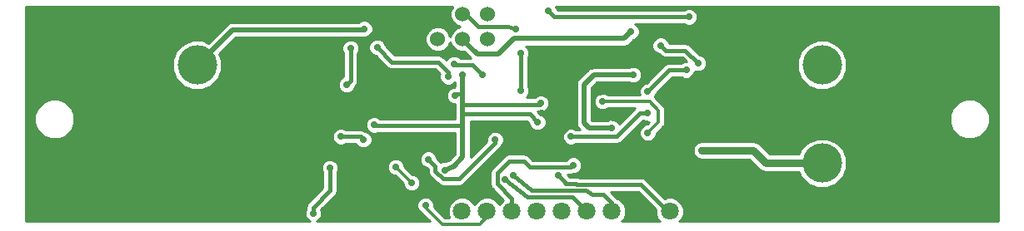
<source format=gbr>
G04 #@! TF.FileFunction,Copper,L2,Bot,Signal*
%FSLAX46Y46*%
G04 Gerber Fmt 4.6, Leading zero omitted, Abs format (unit mm)*
G04 Created by KiCad (PCBNEW 4.0.7) date 04/26/19 15:52:11*
%MOMM*%
%LPD*%
G01*
G04 APERTURE LIST*
%ADD10C,0.050000*%
%ADD11C,1.800000*%
%ADD12C,1.524000*%
%ADD13C,4.000000*%
%ADD14C,0.700000*%
%ADD15C,0.400000*%
%ADD16C,0.300000*%
%ADD17C,0.800000*%
%ADD18C,0.500000*%
%ADD19C,0.254000*%
G04 APERTURE END LIST*
D10*
D11*
X154559840Y-74400000D03*
X152019840Y-74400000D03*
D12*
X128460000Y-56870000D03*
X131000000Y-56870000D03*
X133540000Y-56870000D03*
X133540000Y-54330000D03*
X131000000Y-54330000D03*
X128460000Y-54330000D03*
D13*
X104000000Y-69500000D03*
X104000000Y-59500000D03*
X167500000Y-59500000D03*
X167500000Y-69500000D03*
D11*
X148690000Y-74400000D03*
X146150000Y-74400000D03*
X141070000Y-74400000D03*
X143610000Y-74400000D03*
X130910000Y-74400000D03*
X133450000Y-74400000D03*
X138530000Y-74400000D03*
X135990000Y-74400000D03*
D14*
X144900000Y-62300000D03*
X141500000Y-61000000D03*
X126300000Y-62200000D03*
X121700000Y-70600000D03*
X120200000Y-74700000D03*
X126800000Y-67200000D03*
X138700000Y-66700000D03*
X134200000Y-65600000D03*
X139000000Y-64400000D03*
X136900000Y-58300000D03*
X136400000Y-55800000D03*
X136900000Y-62100000D03*
X145200000Y-63200000D03*
X149800000Y-66400000D03*
X155300000Y-68200000D03*
X154900000Y-59300000D03*
X151100000Y-57500000D03*
X135300000Y-71200000D03*
X136100000Y-70700000D03*
X146100000Y-65900000D03*
X148300000Y-60500000D03*
X148100000Y-56100000D03*
X131000000Y-60500000D03*
X138600000Y-65300000D03*
X138900000Y-63400000D03*
X122000000Y-65600000D03*
X130200000Y-62600000D03*
X129200000Y-70200000D03*
X122300000Y-57700000D03*
X129500000Y-60700000D03*
X119600000Y-57800000D03*
X119200000Y-61500000D03*
X140700000Y-70700000D03*
X125800000Y-71500000D03*
X124200000Y-69900000D03*
X127200000Y-73800000D03*
X142200000Y-69700000D03*
X130100000Y-59400000D03*
X133000000Y-60500000D03*
X154000000Y-54600000D03*
X139700000Y-54000000D03*
X121000000Y-55800000D03*
X118600000Y-66800000D03*
X120900000Y-67100000D03*
X115800000Y-74600000D03*
X117500000Y-70000000D03*
X127500000Y-69100000D03*
X134300000Y-67100000D03*
X149800000Y-64400000D03*
X142000000Y-66800000D03*
X153700000Y-60000000D03*
X149800000Y-62200000D03*
D15*
X134800000Y-55600000D02*
X135600000Y-55600000D01*
X135600000Y-55600000D02*
X136400000Y-55800000D01*
X131000000Y-54330000D02*
X131330000Y-54330000D01*
X131330000Y-54330000D02*
X132600000Y-55600000D01*
X136900000Y-58300000D02*
X136900000Y-62100000D01*
X132600000Y-55600000D02*
X134800000Y-55600000D01*
D16*
X145200000Y-63200000D02*
X150000000Y-63200000D01*
X150000000Y-63200000D02*
X150900000Y-64100000D01*
X150900000Y-64100000D02*
X150900000Y-65300000D01*
X150900000Y-65300000D02*
X149800000Y-66400000D01*
D17*
X167500000Y-69500000D02*
X161800000Y-69500000D01*
X160500000Y-68200000D02*
X155300000Y-68200000D01*
X161800000Y-69500000D02*
X160500000Y-68200000D01*
D15*
X154900000Y-59300000D02*
X153600000Y-58000000D01*
X153600000Y-58000000D02*
X151600000Y-58000000D01*
X151600000Y-58000000D02*
X151100000Y-57500000D01*
X142110000Y-72900000D02*
X143610000Y-74400000D01*
X137600000Y-72900000D02*
X142110000Y-72900000D01*
X135300000Y-71200000D02*
X137600000Y-72900000D01*
X145300000Y-72700000D02*
X146150000Y-73550000D01*
X144200000Y-72700000D02*
X145300000Y-72700000D01*
X143500000Y-72300000D02*
X144200000Y-72700000D01*
X138000000Y-72300000D02*
X143500000Y-72300000D01*
X136100000Y-70700000D02*
X138000000Y-72300000D01*
X146150000Y-73550000D02*
X146150000Y-74400000D01*
D18*
X148300000Y-60500000D02*
X144300000Y-60500000D01*
X143800000Y-65900000D02*
X146100000Y-65900000D01*
X143300000Y-65400000D02*
X143800000Y-65900000D01*
X143300000Y-61500000D02*
X143300000Y-65400000D01*
X144300000Y-60500000D02*
X143300000Y-61500000D01*
D15*
X131000000Y-56870000D02*
X131000000Y-56900000D01*
D18*
X131000000Y-56900000D02*
X132500000Y-58400000D01*
X132500000Y-58400000D02*
X134600000Y-58400000D01*
X134600000Y-58400000D02*
X136200000Y-56800000D01*
X136200000Y-56800000D02*
X147400000Y-56800000D01*
X147400000Y-56800000D02*
X148100000Y-56100000D01*
D15*
X137800000Y-64500000D02*
X131000000Y-64500000D01*
X138600000Y-65300000D02*
X137800000Y-64500000D01*
X131000000Y-63500000D02*
X138800000Y-63500000D01*
X138800000Y-63500000D02*
X138900000Y-63400000D01*
X122100000Y-65700000D02*
X131000000Y-65700000D01*
X122000000Y-65600000D02*
X122100000Y-65700000D01*
X130400000Y-62400000D02*
X131000000Y-62400000D01*
X130200000Y-62600000D02*
X130400000Y-62400000D01*
D18*
X131000000Y-60500000D02*
X131000000Y-62400000D01*
X131000000Y-62400000D02*
X131000000Y-63500000D01*
X131000000Y-63500000D02*
X131000000Y-64500000D01*
X131000000Y-64500000D02*
X131000000Y-65700000D01*
X131000000Y-65700000D02*
X131000000Y-68900000D01*
X130100000Y-69800000D02*
X129200000Y-70200000D01*
X131000000Y-68900000D02*
X130100000Y-69800000D01*
D15*
X123800000Y-59200000D02*
X122300000Y-57700000D01*
X128500000Y-59200000D02*
X123800000Y-59200000D01*
X129500000Y-60200000D02*
X128500000Y-59200000D01*
X129500000Y-60700000D02*
X129500000Y-60200000D01*
X119600000Y-61100000D02*
X119600000Y-57800000D01*
X119200000Y-61500000D02*
X119600000Y-61100000D01*
X141500000Y-71600000D02*
X142500000Y-71600000D01*
X141400000Y-71500000D02*
X141500000Y-71600000D01*
X141400000Y-71400000D02*
X141400000Y-71500000D01*
X140700000Y-70700000D02*
X141400000Y-71400000D01*
X152019840Y-74400000D02*
X151800000Y-74400000D01*
X151800000Y-74400000D02*
X149100000Y-71700000D01*
X142500000Y-71600000D02*
X142600000Y-71700000D01*
X142600000Y-71700000D02*
X148280160Y-71700000D01*
X149100000Y-71700000D02*
X148280160Y-71700000D01*
D16*
X124200000Y-69900000D02*
X125800000Y-71500000D01*
X133450000Y-74400000D02*
X133450000Y-74950000D01*
X133450000Y-74950000D02*
X132700000Y-75700000D01*
X127200000Y-74000000D02*
X127200000Y-73800000D01*
X128900000Y-75700000D02*
X127200000Y-74000000D01*
X132700000Y-75700000D02*
X128900000Y-75700000D01*
D15*
X133450000Y-74400000D02*
X133450000Y-73950000D01*
X137800000Y-69900000D02*
X137200000Y-69300000D01*
X142000000Y-69900000D02*
X137800000Y-69900000D01*
X142200000Y-69700000D02*
X142000000Y-69900000D01*
X135990000Y-74400000D02*
X135990000Y-73090000D01*
X135700000Y-69300000D02*
X137200000Y-69300000D01*
X134500000Y-70500000D02*
X135700000Y-69300000D01*
X134500000Y-71600000D02*
X134500000Y-70500000D01*
X135990000Y-73090000D02*
X134500000Y-71600000D01*
X130050000Y-59450000D02*
X130100000Y-59500000D01*
X130100000Y-59400000D02*
X130050000Y-59450000D01*
X132000000Y-59500000D02*
X130100000Y-59500000D01*
X133000000Y-60500000D02*
X132000000Y-59500000D01*
X140300000Y-54600000D02*
X154000000Y-54600000D01*
X139700000Y-54000000D02*
X140300000Y-54600000D01*
D18*
X107600000Y-55900000D02*
X104000000Y-59500000D01*
X120900000Y-55900000D02*
X107600000Y-55900000D01*
X121000000Y-55800000D02*
X120900000Y-55900000D01*
D15*
X120600000Y-66800000D02*
X118600000Y-66800000D01*
X120900000Y-67100000D02*
X120600000Y-66800000D01*
X115800000Y-74000000D02*
X115800000Y-74600000D01*
X117500000Y-72300000D02*
X115800000Y-74000000D01*
X117500000Y-70000000D02*
X117500000Y-72300000D01*
X127500000Y-69100000D02*
X128200000Y-69800000D01*
X128200000Y-69800000D02*
X128200000Y-70300000D01*
X128200000Y-70300000D02*
X129000000Y-71100000D01*
X129000000Y-71100000D02*
X130600000Y-71100000D01*
X130600000Y-71100000D02*
X130900000Y-70800000D01*
X134300000Y-67400000D02*
X134300000Y-67100000D01*
X130900000Y-70800000D02*
X134300000Y-67400000D01*
X149000000Y-64400000D02*
X149800000Y-64400000D01*
X146600000Y-66800000D02*
X149000000Y-64400000D01*
X142000000Y-66800000D02*
X146600000Y-66800000D01*
X152000000Y-60000000D02*
X153700000Y-60000000D01*
X149800000Y-62200000D02*
X152000000Y-60000000D01*
D19*
G36*
X129907876Y-53598887D02*
X129711224Y-54072477D01*
X129710777Y-54585273D01*
X129906602Y-55059206D01*
X130268887Y-55422124D01*
X130697730Y-55600196D01*
X130270794Y-55776602D01*
X129907876Y-56138887D01*
X129729804Y-56567730D01*
X129553398Y-56140794D01*
X129191113Y-55777876D01*
X128717523Y-55581224D01*
X128204727Y-55580777D01*
X127730794Y-55776602D01*
X127367876Y-56138887D01*
X127171224Y-56612477D01*
X127170777Y-57125273D01*
X127366602Y-57599206D01*
X127728887Y-57962124D01*
X128202477Y-58158776D01*
X128715273Y-58159223D01*
X129189206Y-57963398D01*
X129552124Y-57601113D01*
X129730196Y-57172270D01*
X129906602Y-57599206D01*
X130268887Y-57962124D01*
X130742477Y-58158776D01*
X131160296Y-58159140D01*
X131774156Y-58773000D01*
X130713277Y-58773000D01*
X130597429Y-58656949D01*
X130275211Y-58523153D01*
X129926319Y-58522849D01*
X129603869Y-58656082D01*
X129356949Y-58902571D01*
X129319909Y-58991775D01*
X129014067Y-58685933D01*
X128970689Y-58656949D01*
X128778211Y-58528340D01*
X128732052Y-58519158D01*
X128500000Y-58472999D01*
X128499995Y-58473000D01*
X124101133Y-58473000D01*
X123177131Y-57548997D01*
X123177151Y-57526319D01*
X123043918Y-57203869D01*
X122797429Y-56956949D01*
X122475211Y-56823153D01*
X122126319Y-56822849D01*
X121803869Y-56956082D01*
X121556949Y-57202571D01*
X121423153Y-57524789D01*
X121422849Y-57873681D01*
X121556082Y-58196131D01*
X121802571Y-58443051D01*
X122124789Y-58576847D01*
X122148734Y-58576868D01*
X123285931Y-59714064D01*
X123285933Y-59714067D01*
X123453931Y-59826319D01*
X123521789Y-59871660D01*
X123800000Y-59927000D01*
X128198866Y-59927000D01*
X128674059Y-60402193D01*
X128623153Y-60524789D01*
X128622849Y-60873681D01*
X128756082Y-61196131D01*
X129002571Y-61443051D01*
X129324789Y-61576847D01*
X129673681Y-61577151D01*
X129996131Y-61443918D01*
X130223000Y-61217445D01*
X130223000Y-61708208D01*
X130167948Y-61719158D01*
X130148857Y-61722956D01*
X130026319Y-61722849D01*
X129703869Y-61856082D01*
X129456949Y-62102571D01*
X129323153Y-62424789D01*
X129322849Y-62773681D01*
X129456082Y-63096131D01*
X129702571Y-63343051D01*
X130024789Y-63476847D01*
X130223000Y-63477020D01*
X130223000Y-64973000D01*
X122613277Y-64973000D01*
X122497429Y-64856949D01*
X122175211Y-64723153D01*
X121826319Y-64722849D01*
X121503869Y-64856082D01*
X121256949Y-65102571D01*
X121123153Y-65424789D01*
X121122849Y-65773681D01*
X121256082Y-66096131D01*
X121502571Y-66343051D01*
X121824789Y-66476847D01*
X122173681Y-66477151D01*
X122295056Y-66427000D01*
X130223000Y-66427000D01*
X130223000Y-68578156D01*
X129652594Y-69148562D01*
X129259990Y-69323053D01*
X129026319Y-69322849D01*
X128800953Y-69415968D01*
X128714067Y-69285933D01*
X128714064Y-69285931D01*
X128377131Y-68948998D01*
X128377151Y-68926319D01*
X128243918Y-68603869D01*
X127997429Y-68356949D01*
X127675211Y-68223153D01*
X127326319Y-68222849D01*
X127003869Y-68356082D01*
X126756949Y-68602571D01*
X126623153Y-68924789D01*
X126622849Y-69273681D01*
X126756082Y-69596131D01*
X127002571Y-69843051D01*
X127324789Y-69976847D01*
X127348734Y-69976868D01*
X127473000Y-70101133D01*
X127473000Y-70299995D01*
X127472999Y-70300000D01*
X127508837Y-70480166D01*
X127528340Y-70578211D01*
X127661064Y-70776847D01*
X127685933Y-70814067D01*
X128485933Y-71614067D01*
X128721789Y-71771660D01*
X128754718Y-71778210D01*
X129000000Y-71827001D01*
X129000005Y-71827000D01*
X130599995Y-71827000D01*
X130600000Y-71827001D01*
X130845282Y-71778210D01*
X130878211Y-71771660D01*
X131114067Y-71614067D01*
X134528134Y-68200000D01*
X154373000Y-68200000D01*
X154443564Y-68554748D01*
X154644512Y-68855488D01*
X154945252Y-69056436D01*
X155300000Y-69127000D01*
X160116024Y-69127000D01*
X161144512Y-70155488D01*
X161445253Y-70356437D01*
X161800000Y-70427000D01*
X165148810Y-70427000D01*
X165356464Y-70929561D01*
X166066700Y-71641037D01*
X166995143Y-72026561D01*
X168000446Y-72027438D01*
X168929561Y-71643536D01*
X169641037Y-70933300D01*
X170026561Y-70004857D01*
X170027438Y-68999554D01*
X169643536Y-68070439D01*
X168933300Y-67358963D01*
X168004857Y-66973439D01*
X166999554Y-66972562D01*
X166070439Y-67356464D01*
X165358963Y-68066700D01*
X165148728Y-68573000D01*
X162183976Y-68573000D01*
X161155488Y-67544512D01*
X161046457Y-67471660D01*
X160854748Y-67343564D01*
X160500000Y-67273000D01*
X155300000Y-67273000D01*
X154945252Y-67343564D01*
X154644512Y-67544512D01*
X154443564Y-67845252D01*
X154373000Y-68200000D01*
X134528134Y-68200000D01*
X134814067Y-67914067D01*
X134971660Y-67678211D01*
X134974022Y-67666338D01*
X135043051Y-67597429D01*
X135176847Y-67275211D01*
X135177109Y-66973681D01*
X141122849Y-66973681D01*
X141256082Y-67296131D01*
X141502571Y-67543051D01*
X141824789Y-67676847D01*
X142173681Y-67677151D01*
X142496131Y-67543918D01*
X142513079Y-67527000D01*
X146599995Y-67527000D01*
X146600000Y-67527001D01*
X146832052Y-67480842D01*
X146878211Y-67471660D01*
X147114067Y-67314067D01*
X149293834Y-65134299D01*
X149302571Y-65143051D01*
X149624789Y-65276847D01*
X149965434Y-65277144D01*
X149719648Y-65522930D01*
X149626319Y-65522849D01*
X149303869Y-65656082D01*
X149056949Y-65902571D01*
X148923153Y-66224789D01*
X148922849Y-66573681D01*
X149056082Y-66896131D01*
X149302571Y-67143051D01*
X149624789Y-67276847D01*
X149973681Y-67277151D01*
X150296131Y-67143918D01*
X150543051Y-66897429D01*
X150676847Y-66575211D01*
X150676930Y-66480492D01*
X151378711Y-65778711D01*
X151413718Y-65726319D01*
X151525466Y-65559077D01*
X151556824Y-65401426D01*
X180472649Y-65401426D01*
X180780591Y-66146703D01*
X181350298Y-66717405D01*
X182095036Y-67026647D01*
X182901426Y-67027351D01*
X183646703Y-66719409D01*
X184217405Y-66149702D01*
X184526647Y-65404964D01*
X184527351Y-64598574D01*
X184219409Y-63853297D01*
X183649702Y-63282595D01*
X182904964Y-62973353D01*
X182098574Y-62972649D01*
X181353297Y-63280591D01*
X180782595Y-63850298D01*
X180473353Y-64595036D01*
X180472649Y-65401426D01*
X151556824Y-65401426D01*
X151577000Y-65300000D01*
X151577000Y-64100000D01*
X151525466Y-63840923D01*
X151378711Y-63621289D01*
X150498912Y-62741490D01*
X150543051Y-62697429D01*
X150676847Y-62375211D01*
X150676868Y-62351266D01*
X152301134Y-60727000D01*
X153186548Y-60727000D01*
X153202571Y-60743051D01*
X153524789Y-60876847D01*
X153873681Y-60877151D01*
X154196131Y-60743918D01*
X154443051Y-60497429D01*
X154576847Y-60175211D01*
X154576899Y-60115438D01*
X154724789Y-60176847D01*
X155073681Y-60177151D01*
X155396131Y-60043918D01*
X155439679Y-60000446D01*
X164972562Y-60000446D01*
X165356464Y-60929561D01*
X166066700Y-61641037D01*
X166995143Y-62026561D01*
X168000446Y-62027438D01*
X168929561Y-61643536D01*
X169641037Y-60933300D01*
X170026561Y-60004857D01*
X170027438Y-58999554D01*
X169643536Y-58070439D01*
X168933300Y-57358963D01*
X168004857Y-56973439D01*
X166999554Y-56972562D01*
X166070439Y-57356464D01*
X165358963Y-58066700D01*
X164973439Y-58995143D01*
X164972562Y-60000446D01*
X155439679Y-60000446D01*
X155643051Y-59797429D01*
X155776847Y-59475211D01*
X155777151Y-59126319D01*
X155643918Y-58803869D01*
X155397429Y-58556949D01*
X155075211Y-58423153D01*
X155051265Y-58423132D01*
X154114067Y-57485933D01*
X154059424Y-57449422D01*
X153878211Y-57328340D01*
X153832052Y-57319158D01*
X153600000Y-57272999D01*
X153599995Y-57273000D01*
X151955120Y-57273000D01*
X151843918Y-57003869D01*
X151597429Y-56756949D01*
X151275211Y-56623153D01*
X150926319Y-56622849D01*
X150603869Y-56756082D01*
X150356949Y-57002571D01*
X150223153Y-57324789D01*
X150222849Y-57673681D01*
X150356082Y-57996131D01*
X150602571Y-58243051D01*
X150924789Y-58376847D01*
X150948735Y-58376868D01*
X151085931Y-58514064D01*
X151085933Y-58514067D01*
X151321789Y-58671660D01*
X151328521Y-58672999D01*
X151600000Y-58727001D01*
X151600005Y-58727000D01*
X153298866Y-58727000D01*
X153694862Y-59122996D01*
X153526319Y-59122849D01*
X153203869Y-59256082D01*
X153186921Y-59273000D01*
X152000005Y-59273000D01*
X152000000Y-59272999D01*
X151767948Y-59319158D01*
X151721789Y-59328340D01*
X151614542Y-59400000D01*
X151485933Y-59485933D01*
X149648997Y-61322869D01*
X149626319Y-61322849D01*
X149303869Y-61456082D01*
X149056949Y-61702571D01*
X148923153Y-62024789D01*
X148922849Y-62373681D01*
X148984546Y-62523000D01*
X145763365Y-62523000D01*
X145697429Y-62456949D01*
X145375211Y-62323153D01*
X145026319Y-62322849D01*
X144703869Y-62456082D01*
X144456949Y-62702571D01*
X144323153Y-63024789D01*
X144322849Y-63373681D01*
X144456082Y-63696131D01*
X144702571Y-63943051D01*
X145024789Y-64076847D01*
X145373681Y-64077151D01*
X145696131Y-63943918D01*
X145763166Y-63877000D01*
X148499302Y-63877000D01*
X148485933Y-63885933D01*
X148485931Y-63885936D01*
X146880196Y-65491670D01*
X146843918Y-65403869D01*
X146597429Y-65156949D01*
X146275211Y-65023153D01*
X145926319Y-65022849D01*
X145683934Y-65123000D01*
X144121844Y-65123000D01*
X144077000Y-65078156D01*
X144077000Y-61821844D01*
X144621844Y-61277000D01*
X147884330Y-61277000D01*
X148124789Y-61376847D01*
X148473681Y-61377151D01*
X148796131Y-61243918D01*
X149043051Y-60997429D01*
X149176847Y-60675211D01*
X149177151Y-60326319D01*
X149043918Y-60003869D01*
X148797429Y-59756949D01*
X148475211Y-59623153D01*
X148126319Y-59622849D01*
X147883934Y-59723000D01*
X144300000Y-59723000D01*
X144002655Y-59782146D01*
X143785865Y-59927000D01*
X143750578Y-59950578D01*
X142750578Y-60950578D01*
X142582146Y-61202655D01*
X142523000Y-61500000D01*
X142523000Y-65400000D01*
X142582146Y-65697345D01*
X142750578Y-65949422D01*
X142874156Y-66073000D01*
X142513452Y-66073000D01*
X142497429Y-66056949D01*
X142175211Y-65923153D01*
X141826319Y-65922849D01*
X141503869Y-66056082D01*
X141256949Y-66302571D01*
X141123153Y-66624789D01*
X141122849Y-66973681D01*
X135177109Y-66973681D01*
X135177151Y-66926319D01*
X135043918Y-66603869D01*
X134797429Y-66356949D01*
X134475211Y-66223153D01*
X134126319Y-66222849D01*
X133803869Y-66356082D01*
X133556949Y-66602571D01*
X133423153Y-66924789D01*
X133422871Y-67248995D01*
X131777000Y-68894866D01*
X131777000Y-65227000D01*
X137498866Y-65227000D01*
X137722869Y-65451003D01*
X137722849Y-65473681D01*
X137856082Y-65796131D01*
X138102571Y-66043051D01*
X138424789Y-66176847D01*
X138773681Y-66177151D01*
X139096131Y-66043918D01*
X139343051Y-65797429D01*
X139476847Y-65475211D01*
X139477151Y-65126319D01*
X139343918Y-64803869D01*
X139097429Y-64556949D01*
X138775211Y-64423153D01*
X138751266Y-64423132D01*
X138555134Y-64227000D01*
X138604744Y-64227000D01*
X138724789Y-64276847D01*
X139073681Y-64277151D01*
X139396131Y-64143918D01*
X139643051Y-63897429D01*
X139776847Y-63575211D01*
X139777151Y-63226319D01*
X139643918Y-62903869D01*
X139397429Y-62656949D01*
X139075211Y-62523153D01*
X138726319Y-62522849D01*
X138403869Y-62656082D01*
X138286747Y-62773000D01*
X137467173Y-62773000D01*
X137643051Y-62597429D01*
X137776847Y-62275211D01*
X137777151Y-61926319D01*
X137643918Y-61603869D01*
X137627000Y-61586921D01*
X137627000Y-58813452D01*
X137643051Y-58797429D01*
X137776847Y-58475211D01*
X137777151Y-58126319D01*
X137643918Y-57803869D01*
X137417445Y-57577000D01*
X147400000Y-57577000D01*
X147697345Y-57517854D01*
X147949422Y-57349422D01*
X148355500Y-56943344D01*
X148596131Y-56843918D01*
X148843051Y-56597429D01*
X148976847Y-56275211D01*
X148977151Y-55926319D01*
X148843918Y-55603869D01*
X148597429Y-55356949D01*
X148525303Y-55327000D01*
X153486548Y-55327000D01*
X153502571Y-55343051D01*
X153824789Y-55476847D01*
X154173681Y-55477151D01*
X154496131Y-55343918D01*
X154743051Y-55097429D01*
X154876847Y-54775211D01*
X154877151Y-54426319D01*
X154743918Y-54103869D01*
X154497429Y-53856949D01*
X154175211Y-53723153D01*
X153826319Y-53722849D01*
X153503869Y-53856082D01*
X153486921Y-53873000D01*
X140601134Y-53873000D01*
X140577131Y-53848997D01*
X140577151Y-53826319D01*
X140474135Y-53577000D01*
X185423000Y-53577000D01*
X185423000Y-75423000D01*
X153014900Y-75423000D01*
X153228887Y-75209386D01*
X153446592Y-74685093D01*
X153447088Y-74117397D01*
X153230297Y-73592725D01*
X152829226Y-73190953D01*
X152304933Y-72973248D01*
X151737237Y-72972752D01*
X151499229Y-73071095D01*
X149614067Y-71185933D01*
X149485458Y-71100000D01*
X149378211Y-71028340D01*
X149332052Y-71019158D01*
X149100000Y-70972999D01*
X149099995Y-70973000D01*
X142845050Y-70973000D01*
X142778211Y-70928340D01*
X142732052Y-70919158D01*
X142500000Y-70872999D01*
X142499995Y-70873000D01*
X141901133Y-70873000D01*
X141655133Y-70627000D01*
X141999995Y-70627000D01*
X142000000Y-70627001D01*
X142251142Y-70577044D01*
X142373681Y-70577151D01*
X142696131Y-70443918D01*
X142943051Y-70197429D01*
X143076847Y-69875211D01*
X143077151Y-69526319D01*
X142943918Y-69203869D01*
X142697429Y-68956949D01*
X142375211Y-68823153D01*
X142026319Y-68822849D01*
X141703869Y-68956082D01*
X141486572Y-69173000D01*
X138101134Y-69173000D01*
X137714067Y-68785933D01*
X137478211Y-68628340D01*
X137432052Y-68619158D01*
X137200000Y-68572999D01*
X137199995Y-68573000D01*
X135700000Y-68573000D01*
X135421789Y-68628340D01*
X135185933Y-68785933D01*
X135185931Y-68785936D01*
X133985933Y-69985933D01*
X133828340Y-70221789D01*
X133828340Y-70221790D01*
X133772999Y-70500000D01*
X133773000Y-70500005D01*
X133773000Y-71599995D01*
X133772999Y-71600000D01*
X133818153Y-71827000D01*
X133828340Y-71878211D01*
X133955678Y-72068787D01*
X133985933Y-72114067D01*
X135122014Y-73250148D01*
X134780953Y-73590614D01*
X134720119Y-73737118D01*
X134660457Y-73592725D01*
X134259386Y-73190953D01*
X133735093Y-72973248D01*
X133167397Y-72972752D01*
X132642725Y-73189543D01*
X132240953Y-73590614D01*
X132180119Y-73737118D01*
X132120457Y-73592725D01*
X131719386Y-73190953D01*
X131195093Y-72973248D01*
X130627397Y-72972752D01*
X130102725Y-73189543D01*
X129700953Y-73590614D01*
X129483248Y-74114907D01*
X129482752Y-74682603D01*
X129623402Y-75023000D01*
X129180422Y-75023000D01*
X128076896Y-73919474D01*
X128077151Y-73626319D01*
X127943918Y-73303869D01*
X127697429Y-73056949D01*
X127375211Y-72923153D01*
X127026319Y-72922849D01*
X126703869Y-73056082D01*
X126456949Y-73302571D01*
X126323153Y-73624789D01*
X126322849Y-73973681D01*
X126456082Y-74296131D01*
X126702571Y-74543051D01*
X126844607Y-74602029D01*
X127665578Y-75423000D01*
X116104737Y-75423000D01*
X116296131Y-75343918D01*
X116543051Y-75097429D01*
X116676847Y-74775211D01*
X116677151Y-74426319D01*
X116596648Y-74231486D01*
X118014067Y-72814067D01*
X118060127Y-72745133D01*
X118171660Y-72578211D01*
X118227000Y-72300000D01*
X118227000Y-70513452D01*
X118243051Y-70497429D01*
X118376847Y-70175211D01*
X118376935Y-70073681D01*
X123322849Y-70073681D01*
X123456082Y-70396131D01*
X123702571Y-70643051D01*
X124024789Y-70776847D01*
X124119507Y-70776930D01*
X124922930Y-71580353D01*
X124922849Y-71673681D01*
X125056082Y-71996131D01*
X125302571Y-72243051D01*
X125624789Y-72376847D01*
X125973681Y-72377151D01*
X126296131Y-72243918D01*
X126543051Y-71997429D01*
X126676847Y-71675211D01*
X126677151Y-71326319D01*
X126543918Y-71003869D01*
X126297429Y-70756949D01*
X125975211Y-70623153D01*
X125880493Y-70623070D01*
X125077070Y-69819647D01*
X125077151Y-69726319D01*
X124943918Y-69403869D01*
X124697429Y-69156949D01*
X124375211Y-69023153D01*
X124026319Y-69022849D01*
X123703869Y-69156082D01*
X123456949Y-69402571D01*
X123323153Y-69724789D01*
X123322849Y-70073681D01*
X118376935Y-70073681D01*
X118377151Y-69826319D01*
X118243918Y-69503869D01*
X117997429Y-69256949D01*
X117675211Y-69123153D01*
X117326319Y-69122849D01*
X117003869Y-69256082D01*
X116756949Y-69502571D01*
X116623153Y-69824789D01*
X116622849Y-70173681D01*
X116756082Y-70496131D01*
X116773000Y-70513079D01*
X116773000Y-71998866D01*
X115285933Y-73485933D01*
X115128340Y-73721789D01*
X115128340Y-73721790D01*
X115072999Y-74000000D01*
X115073000Y-74000005D01*
X115073000Y-74086548D01*
X115056949Y-74102571D01*
X114923153Y-74424789D01*
X114922849Y-74773681D01*
X115056082Y-75096131D01*
X115302571Y-75343051D01*
X115495110Y-75423000D01*
X86577000Y-75423000D01*
X86577000Y-65401426D01*
X87472649Y-65401426D01*
X87780591Y-66146703D01*
X88350298Y-66717405D01*
X89095036Y-67026647D01*
X89901426Y-67027351D01*
X90031317Y-66973681D01*
X117722849Y-66973681D01*
X117856082Y-67296131D01*
X118102571Y-67543051D01*
X118424789Y-67676847D01*
X118773681Y-67677151D01*
X119096131Y-67543918D01*
X119113079Y-67527000D01*
X120127518Y-67527000D01*
X120156082Y-67596131D01*
X120402571Y-67843051D01*
X120724789Y-67976847D01*
X121073681Y-67977151D01*
X121396131Y-67843918D01*
X121643051Y-67597429D01*
X121776847Y-67275211D01*
X121777151Y-66926319D01*
X121643918Y-66603869D01*
X121397429Y-66356949D01*
X121075211Y-66223153D01*
X121020038Y-66223105D01*
X120878211Y-66128340D01*
X120825495Y-66117854D01*
X120600000Y-66072999D01*
X120599995Y-66073000D01*
X119113452Y-66073000D01*
X119097429Y-66056949D01*
X118775211Y-65923153D01*
X118426319Y-65922849D01*
X118103869Y-66056082D01*
X117856949Y-66302571D01*
X117723153Y-66624789D01*
X117722849Y-66973681D01*
X90031317Y-66973681D01*
X90646703Y-66719409D01*
X91217405Y-66149702D01*
X91526647Y-65404964D01*
X91527351Y-64598574D01*
X91219409Y-63853297D01*
X90649702Y-63282595D01*
X89904964Y-62973353D01*
X89098574Y-62972649D01*
X88353297Y-63280591D01*
X87782595Y-63850298D01*
X87473353Y-64595036D01*
X87472649Y-65401426D01*
X86577000Y-65401426D01*
X86577000Y-60000446D01*
X101472562Y-60000446D01*
X101856464Y-60929561D01*
X102566700Y-61641037D01*
X103495143Y-62026561D01*
X104500446Y-62027438D01*
X105356604Y-61673681D01*
X118322849Y-61673681D01*
X118456082Y-61996131D01*
X118702571Y-62243051D01*
X119024789Y-62376847D01*
X119373681Y-62377151D01*
X119696131Y-62243918D01*
X119943051Y-61997429D01*
X120076847Y-61675211D01*
X120076868Y-61651265D01*
X120114064Y-61614069D01*
X120114067Y-61614067D01*
X120271660Y-61378211D01*
X120327000Y-61100000D01*
X120327000Y-58313452D01*
X120343051Y-58297429D01*
X120476847Y-57975211D01*
X120477151Y-57626319D01*
X120343918Y-57303869D01*
X120097429Y-57056949D01*
X119775211Y-56923153D01*
X119426319Y-56922849D01*
X119103869Y-57056082D01*
X118856949Y-57302571D01*
X118723153Y-57624789D01*
X118722849Y-57973681D01*
X118856082Y-58296131D01*
X118873000Y-58313079D01*
X118873000Y-60686199D01*
X118703869Y-60756082D01*
X118456949Y-61002571D01*
X118323153Y-61324789D01*
X118322849Y-61673681D01*
X105356604Y-61673681D01*
X105429561Y-61643536D01*
X106141037Y-60933300D01*
X106526561Y-60004857D01*
X106527438Y-58999554D01*
X106256065Y-58342779D01*
X107921844Y-56677000D01*
X120900000Y-56677000D01*
X120900438Y-56676913D01*
X121173681Y-56677151D01*
X121496131Y-56543918D01*
X121743051Y-56297429D01*
X121876847Y-55975211D01*
X121877151Y-55626319D01*
X121743918Y-55303869D01*
X121497429Y-55056949D01*
X121175211Y-54923153D01*
X120826319Y-54922849D01*
X120503869Y-55056082D01*
X120436834Y-55123000D01*
X107600000Y-55123000D01*
X107302655Y-55182146D01*
X107050578Y-55350578D01*
X105156946Y-57244210D01*
X104504857Y-56973439D01*
X103499554Y-56972562D01*
X102570439Y-57356464D01*
X101858963Y-58066700D01*
X101473439Y-58995143D01*
X101472562Y-60000446D01*
X86577000Y-60000446D01*
X86577000Y-53577000D01*
X129929801Y-53577000D01*
X129907876Y-53598887D01*
X129907876Y-53598887D01*
G37*
X129907876Y-53598887D02*
X129711224Y-54072477D01*
X129710777Y-54585273D01*
X129906602Y-55059206D01*
X130268887Y-55422124D01*
X130697730Y-55600196D01*
X130270794Y-55776602D01*
X129907876Y-56138887D01*
X129729804Y-56567730D01*
X129553398Y-56140794D01*
X129191113Y-55777876D01*
X128717523Y-55581224D01*
X128204727Y-55580777D01*
X127730794Y-55776602D01*
X127367876Y-56138887D01*
X127171224Y-56612477D01*
X127170777Y-57125273D01*
X127366602Y-57599206D01*
X127728887Y-57962124D01*
X128202477Y-58158776D01*
X128715273Y-58159223D01*
X129189206Y-57963398D01*
X129552124Y-57601113D01*
X129730196Y-57172270D01*
X129906602Y-57599206D01*
X130268887Y-57962124D01*
X130742477Y-58158776D01*
X131160296Y-58159140D01*
X131774156Y-58773000D01*
X130713277Y-58773000D01*
X130597429Y-58656949D01*
X130275211Y-58523153D01*
X129926319Y-58522849D01*
X129603869Y-58656082D01*
X129356949Y-58902571D01*
X129319909Y-58991775D01*
X129014067Y-58685933D01*
X128970689Y-58656949D01*
X128778211Y-58528340D01*
X128732052Y-58519158D01*
X128500000Y-58472999D01*
X128499995Y-58473000D01*
X124101133Y-58473000D01*
X123177131Y-57548997D01*
X123177151Y-57526319D01*
X123043918Y-57203869D01*
X122797429Y-56956949D01*
X122475211Y-56823153D01*
X122126319Y-56822849D01*
X121803869Y-56956082D01*
X121556949Y-57202571D01*
X121423153Y-57524789D01*
X121422849Y-57873681D01*
X121556082Y-58196131D01*
X121802571Y-58443051D01*
X122124789Y-58576847D01*
X122148734Y-58576868D01*
X123285931Y-59714064D01*
X123285933Y-59714067D01*
X123453931Y-59826319D01*
X123521789Y-59871660D01*
X123800000Y-59927000D01*
X128198866Y-59927000D01*
X128674059Y-60402193D01*
X128623153Y-60524789D01*
X128622849Y-60873681D01*
X128756082Y-61196131D01*
X129002571Y-61443051D01*
X129324789Y-61576847D01*
X129673681Y-61577151D01*
X129996131Y-61443918D01*
X130223000Y-61217445D01*
X130223000Y-61708208D01*
X130167948Y-61719158D01*
X130148857Y-61722956D01*
X130026319Y-61722849D01*
X129703869Y-61856082D01*
X129456949Y-62102571D01*
X129323153Y-62424789D01*
X129322849Y-62773681D01*
X129456082Y-63096131D01*
X129702571Y-63343051D01*
X130024789Y-63476847D01*
X130223000Y-63477020D01*
X130223000Y-64973000D01*
X122613277Y-64973000D01*
X122497429Y-64856949D01*
X122175211Y-64723153D01*
X121826319Y-64722849D01*
X121503869Y-64856082D01*
X121256949Y-65102571D01*
X121123153Y-65424789D01*
X121122849Y-65773681D01*
X121256082Y-66096131D01*
X121502571Y-66343051D01*
X121824789Y-66476847D01*
X122173681Y-66477151D01*
X122295056Y-66427000D01*
X130223000Y-66427000D01*
X130223000Y-68578156D01*
X129652594Y-69148562D01*
X129259990Y-69323053D01*
X129026319Y-69322849D01*
X128800953Y-69415968D01*
X128714067Y-69285933D01*
X128714064Y-69285931D01*
X128377131Y-68948998D01*
X128377151Y-68926319D01*
X128243918Y-68603869D01*
X127997429Y-68356949D01*
X127675211Y-68223153D01*
X127326319Y-68222849D01*
X127003869Y-68356082D01*
X126756949Y-68602571D01*
X126623153Y-68924789D01*
X126622849Y-69273681D01*
X126756082Y-69596131D01*
X127002571Y-69843051D01*
X127324789Y-69976847D01*
X127348734Y-69976868D01*
X127473000Y-70101133D01*
X127473000Y-70299995D01*
X127472999Y-70300000D01*
X127508837Y-70480166D01*
X127528340Y-70578211D01*
X127661064Y-70776847D01*
X127685933Y-70814067D01*
X128485933Y-71614067D01*
X128721789Y-71771660D01*
X128754718Y-71778210D01*
X129000000Y-71827001D01*
X129000005Y-71827000D01*
X130599995Y-71827000D01*
X130600000Y-71827001D01*
X130845282Y-71778210D01*
X130878211Y-71771660D01*
X131114067Y-71614067D01*
X134528134Y-68200000D01*
X154373000Y-68200000D01*
X154443564Y-68554748D01*
X154644512Y-68855488D01*
X154945252Y-69056436D01*
X155300000Y-69127000D01*
X160116024Y-69127000D01*
X161144512Y-70155488D01*
X161445253Y-70356437D01*
X161800000Y-70427000D01*
X165148810Y-70427000D01*
X165356464Y-70929561D01*
X166066700Y-71641037D01*
X166995143Y-72026561D01*
X168000446Y-72027438D01*
X168929561Y-71643536D01*
X169641037Y-70933300D01*
X170026561Y-70004857D01*
X170027438Y-68999554D01*
X169643536Y-68070439D01*
X168933300Y-67358963D01*
X168004857Y-66973439D01*
X166999554Y-66972562D01*
X166070439Y-67356464D01*
X165358963Y-68066700D01*
X165148728Y-68573000D01*
X162183976Y-68573000D01*
X161155488Y-67544512D01*
X161046457Y-67471660D01*
X160854748Y-67343564D01*
X160500000Y-67273000D01*
X155300000Y-67273000D01*
X154945252Y-67343564D01*
X154644512Y-67544512D01*
X154443564Y-67845252D01*
X154373000Y-68200000D01*
X134528134Y-68200000D01*
X134814067Y-67914067D01*
X134971660Y-67678211D01*
X134974022Y-67666338D01*
X135043051Y-67597429D01*
X135176847Y-67275211D01*
X135177109Y-66973681D01*
X141122849Y-66973681D01*
X141256082Y-67296131D01*
X141502571Y-67543051D01*
X141824789Y-67676847D01*
X142173681Y-67677151D01*
X142496131Y-67543918D01*
X142513079Y-67527000D01*
X146599995Y-67527000D01*
X146600000Y-67527001D01*
X146832052Y-67480842D01*
X146878211Y-67471660D01*
X147114067Y-67314067D01*
X149293834Y-65134299D01*
X149302571Y-65143051D01*
X149624789Y-65276847D01*
X149965434Y-65277144D01*
X149719648Y-65522930D01*
X149626319Y-65522849D01*
X149303869Y-65656082D01*
X149056949Y-65902571D01*
X148923153Y-66224789D01*
X148922849Y-66573681D01*
X149056082Y-66896131D01*
X149302571Y-67143051D01*
X149624789Y-67276847D01*
X149973681Y-67277151D01*
X150296131Y-67143918D01*
X150543051Y-66897429D01*
X150676847Y-66575211D01*
X150676930Y-66480492D01*
X151378711Y-65778711D01*
X151413718Y-65726319D01*
X151525466Y-65559077D01*
X151556824Y-65401426D01*
X180472649Y-65401426D01*
X180780591Y-66146703D01*
X181350298Y-66717405D01*
X182095036Y-67026647D01*
X182901426Y-67027351D01*
X183646703Y-66719409D01*
X184217405Y-66149702D01*
X184526647Y-65404964D01*
X184527351Y-64598574D01*
X184219409Y-63853297D01*
X183649702Y-63282595D01*
X182904964Y-62973353D01*
X182098574Y-62972649D01*
X181353297Y-63280591D01*
X180782595Y-63850298D01*
X180473353Y-64595036D01*
X180472649Y-65401426D01*
X151556824Y-65401426D01*
X151577000Y-65300000D01*
X151577000Y-64100000D01*
X151525466Y-63840923D01*
X151378711Y-63621289D01*
X150498912Y-62741490D01*
X150543051Y-62697429D01*
X150676847Y-62375211D01*
X150676868Y-62351266D01*
X152301134Y-60727000D01*
X153186548Y-60727000D01*
X153202571Y-60743051D01*
X153524789Y-60876847D01*
X153873681Y-60877151D01*
X154196131Y-60743918D01*
X154443051Y-60497429D01*
X154576847Y-60175211D01*
X154576899Y-60115438D01*
X154724789Y-60176847D01*
X155073681Y-60177151D01*
X155396131Y-60043918D01*
X155439679Y-60000446D01*
X164972562Y-60000446D01*
X165356464Y-60929561D01*
X166066700Y-61641037D01*
X166995143Y-62026561D01*
X168000446Y-62027438D01*
X168929561Y-61643536D01*
X169641037Y-60933300D01*
X170026561Y-60004857D01*
X170027438Y-58999554D01*
X169643536Y-58070439D01*
X168933300Y-57358963D01*
X168004857Y-56973439D01*
X166999554Y-56972562D01*
X166070439Y-57356464D01*
X165358963Y-58066700D01*
X164973439Y-58995143D01*
X164972562Y-60000446D01*
X155439679Y-60000446D01*
X155643051Y-59797429D01*
X155776847Y-59475211D01*
X155777151Y-59126319D01*
X155643918Y-58803869D01*
X155397429Y-58556949D01*
X155075211Y-58423153D01*
X155051265Y-58423132D01*
X154114067Y-57485933D01*
X154059424Y-57449422D01*
X153878211Y-57328340D01*
X153832052Y-57319158D01*
X153600000Y-57272999D01*
X153599995Y-57273000D01*
X151955120Y-57273000D01*
X151843918Y-57003869D01*
X151597429Y-56756949D01*
X151275211Y-56623153D01*
X150926319Y-56622849D01*
X150603869Y-56756082D01*
X150356949Y-57002571D01*
X150223153Y-57324789D01*
X150222849Y-57673681D01*
X150356082Y-57996131D01*
X150602571Y-58243051D01*
X150924789Y-58376847D01*
X150948735Y-58376868D01*
X151085931Y-58514064D01*
X151085933Y-58514067D01*
X151321789Y-58671660D01*
X151328521Y-58672999D01*
X151600000Y-58727001D01*
X151600005Y-58727000D01*
X153298866Y-58727000D01*
X153694862Y-59122996D01*
X153526319Y-59122849D01*
X153203869Y-59256082D01*
X153186921Y-59273000D01*
X152000005Y-59273000D01*
X152000000Y-59272999D01*
X151767948Y-59319158D01*
X151721789Y-59328340D01*
X151614542Y-59400000D01*
X151485933Y-59485933D01*
X149648997Y-61322869D01*
X149626319Y-61322849D01*
X149303869Y-61456082D01*
X149056949Y-61702571D01*
X148923153Y-62024789D01*
X148922849Y-62373681D01*
X148984546Y-62523000D01*
X145763365Y-62523000D01*
X145697429Y-62456949D01*
X145375211Y-62323153D01*
X145026319Y-62322849D01*
X144703869Y-62456082D01*
X144456949Y-62702571D01*
X144323153Y-63024789D01*
X144322849Y-63373681D01*
X144456082Y-63696131D01*
X144702571Y-63943051D01*
X145024789Y-64076847D01*
X145373681Y-64077151D01*
X145696131Y-63943918D01*
X145763166Y-63877000D01*
X148499302Y-63877000D01*
X148485933Y-63885933D01*
X148485931Y-63885936D01*
X146880196Y-65491670D01*
X146843918Y-65403869D01*
X146597429Y-65156949D01*
X146275211Y-65023153D01*
X145926319Y-65022849D01*
X145683934Y-65123000D01*
X144121844Y-65123000D01*
X144077000Y-65078156D01*
X144077000Y-61821844D01*
X144621844Y-61277000D01*
X147884330Y-61277000D01*
X148124789Y-61376847D01*
X148473681Y-61377151D01*
X148796131Y-61243918D01*
X149043051Y-60997429D01*
X149176847Y-60675211D01*
X149177151Y-60326319D01*
X149043918Y-60003869D01*
X148797429Y-59756949D01*
X148475211Y-59623153D01*
X148126319Y-59622849D01*
X147883934Y-59723000D01*
X144300000Y-59723000D01*
X144002655Y-59782146D01*
X143785865Y-59927000D01*
X143750578Y-59950578D01*
X142750578Y-60950578D01*
X142582146Y-61202655D01*
X142523000Y-61500000D01*
X142523000Y-65400000D01*
X142582146Y-65697345D01*
X142750578Y-65949422D01*
X142874156Y-66073000D01*
X142513452Y-66073000D01*
X142497429Y-66056949D01*
X142175211Y-65923153D01*
X141826319Y-65922849D01*
X141503869Y-66056082D01*
X141256949Y-66302571D01*
X141123153Y-66624789D01*
X141122849Y-66973681D01*
X135177109Y-66973681D01*
X135177151Y-66926319D01*
X135043918Y-66603869D01*
X134797429Y-66356949D01*
X134475211Y-66223153D01*
X134126319Y-66222849D01*
X133803869Y-66356082D01*
X133556949Y-66602571D01*
X133423153Y-66924789D01*
X133422871Y-67248995D01*
X131777000Y-68894866D01*
X131777000Y-65227000D01*
X137498866Y-65227000D01*
X137722869Y-65451003D01*
X137722849Y-65473681D01*
X137856082Y-65796131D01*
X138102571Y-66043051D01*
X138424789Y-66176847D01*
X138773681Y-66177151D01*
X139096131Y-66043918D01*
X139343051Y-65797429D01*
X139476847Y-65475211D01*
X139477151Y-65126319D01*
X139343918Y-64803869D01*
X139097429Y-64556949D01*
X138775211Y-64423153D01*
X138751266Y-64423132D01*
X138555134Y-64227000D01*
X138604744Y-64227000D01*
X138724789Y-64276847D01*
X139073681Y-64277151D01*
X139396131Y-64143918D01*
X139643051Y-63897429D01*
X139776847Y-63575211D01*
X139777151Y-63226319D01*
X139643918Y-62903869D01*
X139397429Y-62656949D01*
X139075211Y-62523153D01*
X138726319Y-62522849D01*
X138403869Y-62656082D01*
X138286747Y-62773000D01*
X137467173Y-62773000D01*
X137643051Y-62597429D01*
X137776847Y-62275211D01*
X137777151Y-61926319D01*
X137643918Y-61603869D01*
X137627000Y-61586921D01*
X137627000Y-58813452D01*
X137643051Y-58797429D01*
X137776847Y-58475211D01*
X137777151Y-58126319D01*
X137643918Y-57803869D01*
X137417445Y-57577000D01*
X147400000Y-57577000D01*
X147697345Y-57517854D01*
X147949422Y-57349422D01*
X148355500Y-56943344D01*
X148596131Y-56843918D01*
X148843051Y-56597429D01*
X148976847Y-56275211D01*
X148977151Y-55926319D01*
X148843918Y-55603869D01*
X148597429Y-55356949D01*
X148525303Y-55327000D01*
X153486548Y-55327000D01*
X153502571Y-55343051D01*
X153824789Y-55476847D01*
X154173681Y-55477151D01*
X154496131Y-55343918D01*
X154743051Y-55097429D01*
X154876847Y-54775211D01*
X154877151Y-54426319D01*
X154743918Y-54103869D01*
X154497429Y-53856949D01*
X154175211Y-53723153D01*
X153826319Y-53722849D01*
X153503869Y-53856082D01*
X153486921Y-53873000D01*
X140601134Y-53873000D01*
X140577131Y-53848997D01*
X140577151Y-53826319D01*
X140474135Y-53577000D01*
X185423000Y-53577000D01*
X185423000Y-75423000D01*
X153014900Y-75423000D01*
X153228887Y-75209386D01*
X153446592Y-74685093D01*
X153447088Y-74117397D01*
X153230297Y-73592725D01*
X152829226Y-73190953D01*
X152304933Y-72973248D01*
X151737237Y-72972752D01*
X151499229Y-73071095D01*
X149614067Y-71185933D01*
X149485458Y-71100000D01*
X149378211Y-71028340D01*
X149332052Y-71019158D01*
X149100000Y-70972999D01*
X149099995Y-70973000D01*
X142845050Y-70973000D01*
X142778211Y-70928340D01*
X142732052Y-70919158D01*
X142500000Y-70872999D01*
X142499995Y-70873000D01*
X141901133Y-70873000D01*
X141655133Y-70627000D01*
X141999995Y-70627000D01*
X142000000Y-70627001D01*
X142251142Y-70577044D01*
X142373681Y-70577151D01*
X142696131Y-70443918D01*
X142943051Y-70197429D01*
X143076847Y-69875211D01*
X143077151Y-69526319D01*
X142943918Y-69203869D01*
X142697429Y-68956949D01*
X142375211Y-68823153D01*
X142026319Y-68822849D01*
X141703869Y-68956082D01*
X141486572Y-69173000D01*
X138101134Y-69173000D01*
X137714067Y-68785933D01*
X137478211Y-68628340D01*
X137432052Y-68619158D01*
X137200000Y-68572999D01*
X137199995Y-68573000D01*
X135700000Y-68573000D01*
X135421789Y-68628340D01*
X135185933Y-68785933D01*
X135185931Y-68785936D01*
X133985933Y-69985933D01*
X133828340Y-70221789D01*
X133828340Y-70221790D01*
X133772999Y-70500000D01*
X133773000Y-70500005D01*
X133773000Y-71599995D01*
X133772999Y-71600000D01*
X133818153Y-71827000D01*
X133828340Y-71878211D01*
X133955678Y-72068787D01*
X133985933Y-72114067D01*
X135122014Y-73250148D01*
X134780953Y-73590614D01*
X134720119Y-73737118D01*
X134660457Y-73592725D01*
X134259386Y-73190953D01*
X133735093Y-72973248D01*
X133167397Y-72972752D01*
X132642725Y-73189543D01*
X132240953Y-73590614D01*
X132180119Y-73737118D01*
X132120457Y-73592725D01*
X131719386Y-73190953D01*
X131195093Y-72973248D01*
X130627397Y-72972752D01*
X130102725Y-73189543D01*
X129700953Y-73590614D01*
X129483248Y-74114907D01*
X129482752Y-74682603D01*
X129623402Y-75023000D01*
X129180422Y-75023000D01*
X128076896Y-73919474D01*
X128077151Y-73626319D01*
X127943918Y-73303869D01*
X127697429Y-73056949D01*
X127375211Y-72923153D01*
X127026319Y-72922849D01*
X126703869Y-73056082D01*
X126456949Y-73302571D01*
X126323153Y-73624789D01*
X126322849Y-73973681D01*
X126456082Y-74296131D01*
X126702571Y-74543051D01*
X126844607Y-74602029D01*
X127665578Y-75423000D01*
X116104737Y-75423000D01*
X116296131Y-75343918D01*
X116543051Y-75097429D01*
X116676847Y-74775211D01*
X116677151Y-74426319D01*
X116596648Y-74231486D01*
X118014067Y-72814067D01*
X118060127Y-72745133D01*
X118171660Y-72578211D01*
X118227000Y-72300000D01*
X118227000Y-70513452D01*
X118243051Y-70497429D01*
X118376847Y-70175211D01*
X118376935Y-70073681D01*
X123322849Y-70073681D01*
X123456082Y-70396131D01*
X123702571Y-70643051D01*
X124024789Y-70776847D01*
X124119507Y-70776930D01*
X124922930Y-71580353D01*
X124922849Y-71673681D01*
X125056082Y-71996131D01*
X125302571Y-72243051D01*
X125624789Y-72376847D01*
X125973681Y-72377151D01*
X126296131Y-72243918D01*
X126543051Y-71997429D01*
X126676847Y-71675211D01*
X126677151Y-71326319D01*
X126543918Y-71003869D01*
X126297429Y-70756949D01*
X125975211Y-70623153D01*
X125880493Y-70623070D01*
X125077070Y-69819647D01*
X125077151Y-69726319D01*
X124943918Y-69403869D01*
X124697429Y-69156949D01*
X124375211Y-69023153D01*
X124026319Y-69022849D01*
X123703869Y-69156082D01*
X123456949Y-69402571D01*
X123323153Y-69724789D01*
X123322849Y-70073681D01*
X118376935Y-70073681D01*
X118377151Y-69826319D01*
X118243918Y-69503869D01*
X117997429Y-69256949D01*
X117675211Y-69123153D01*
X117326319Y-69122849D01*
X117003869Y-69256082D01*
X116756949Y-69502571D01*
X116623153Y-69824789D01*
X116622849Y-70173681D01*
X116756082Y-70496131D01*
X116773000Y-70513079D01*
X116773000Y-71998866D01*
X115285933Y-73485933D01*
X115128340Y-73721789D01*
X115128340Y-73721790D01*
X115072999Y-74000000D01*
X115073000Y-74000005D01*
X115073000Y-74086548D01*
X115056949Y-74102571D01*
X114923153Y-74424789D01*
X114922849Y-74773681D01*
X115056082Y-75096131D01*
X115302571Y-75343051D01*
X115495110Y-75423000D01*
X86577000Y-75423000D01*
X86577000Y-65401426D01*
X87472649Y-65401426D01*
X87780591Y-66146703D01*
X88350298Y-66717405D01*
X89095036Y-67026647D01*
X89901426Y-67027351D01*
X90031317Y-66973681D01*
X117722849Y-66973681D01*
X117856082Y-67296131D01*
X118102571Y-67543051D01*
X118424789Y-67676847D01*
X118773681Y-67677151D01*
X119096131Y-67543918D01*
X119113079Y-67527000D01*
X120127518Y-67527000D01*
X120156082Y-67596131D01*
X120402571Y-67843051D01*
X120724789Y-67976847D01*
X121073681Y-67977151D01*
X121396131Y-67843918D01*
X121643051Y-67597429D01*
X121776847Y-67275211D01*
X121777151Y-66926319D01*
X121643918Y-66603869D01*
X121397429Y-66356949D01*
X121075211Y-66223153D01*
X121020038Y-66223105D01*
X120878211Y-66128340D01*
X120825495Y-66117854D01*
X120600000Y-66072999D01*
X120599995Y-66073000D01*
X119113452Y-66073000D01*
X119097429Y-66056949D01*
X118775211Y-65923153D01*
X118426319Y-65922849D01*
X118103869Y-66056082D01*
X117856949Y-66302571D01*
X117723153Y-66624789D01*
X117722849Y-66973681D01*
X90031317Y-66973681D01*
X90646703Y-66719409D01*
X91217405Y-66149702D01*
X91526647Y-65404964D01*
X91527351Y-64598574D01*
X91219409Y-63853297D01*
X90649702Y-63282595D01*
X89904964Y-62973353D01*
X89098574Y-62972649D01*
X88353297Y-63280591D01*
X87782595Y-63850298D01*
X87473353Y-64595036D01*
X87472649Y-65401426D01*
X86577000Y-65401426D01*
X86577000Y-60000446D01*
X101472562Y-60000446D01*
X101856464Y-60929561D01*
X102566700Y-61641037D01*
X103495143Y-62026561D01*
X104500446Y-62027438D01*
X105356604Y-61673681D01*
X118322849Y-61673681D01*
X118456082Y-61996131D01*
X118702571Y-62243051D01*
X119024789Y-62376847D01*
X119373681Y-62377151D01*
X119696131Y-62243918D01*
X119943051Y-61997429D01*
X120076847Y-61675211D01*
X120076868Y-61651265D01*
X120114064Y-61614069D01*
X120114067Y-61614067D01*
X120271660Y-61378211D01*
X120327000Y-61100000D01*
X120327000Y-58313452D01*
X120343051Y-58297429D01*
X120476847Y-57975211D01*
X120477151Y-57626319D01*
X120343918Y-57303869D01*
X120097429Y-57056949D01*
X119775211Y-56923153D01*
X119426319Y-56922849D01*
X119103869Y-57056082D01*
X118856949Y-57302571D01*
X118723153Y-57624789D01*
X118722849Y-57973681D01*
X118856082Y-58296131D01*
X118873000Y-58313079D01*
X118873000Y-60686199D01*
X118703869Y-60756082D01*
X118456949Y-61002571D01*
X118323153Y-61324789D01*
X118322849Y-61673681D01*
X105356604Y-61673681D01*
X105429561Y-61643536D01*
X106141037Y-60933300D01*
X106526561Y-60004857D01*
X106527438Y-58999554D01*
X106256065Y-58342779D01*
X107921844Y-56677000D01*
X120900000Y-56677000D01*
X120900438Y-56676913D01*
X121173681Y-56677151D01*
X121496131Y-56543918D01*
X121743051Y-56297429D01*
X121876847Y-55975211D01*
X121877151Y-55626319D01*
X121743918Y-55303869D01*
X121497429Y-55056949D01*
X121175211Y-54923153D01*
X120826319Y-54922849D01*
X120503869Y-55056082D01*
X120436834Y-55123000D01*
X107600000Y-55123000D01*
X107302655Y-55182146D01*
X107050578Y-55350578D01*
X105156946Y-57244210D01*
X104504857Y-56973439D01*
X103499554Y-56972562D01*
X102570439Y-57356464D01*
X101858963Y-58066700D01*
X101473439Y-58995143D01*
X101472562Y-60000446D01*
X86577000Y-60000446D01*
X86577000Y-53577000D01*
X129929801Y-53577000D01*
X129907876Y-53598887D01*
G36*
X150592995Y-74221128D02*
X150592592Y-74682603D01*
X150809383Y-75207275D01*
X151024732Y-75423000D01*
X147145060Y-75423000D01*
X147359047Y-75209386D01*
X147576752Y-74685093D01*
X147577248Y-74117397D01*
X147360457Y-73592725D01*
X146959386Y-73190953D01*
X146694022Y-73080765D01*
X146664067Y-73035933D01*
X146664064Y-73035931D01*
X146055134Y-72427000D01*
X148798866Y-72427000D01*
X150592995Y-74221128D01*
X150592995Y-74221128D01*
G37*
X150592995Y-74221128D02*
X150592592Y-74682603D01*
X150809383Y-75207275D01*
X151024732Y-75423000D01*
X147145060Y-75423000D01*
X147359047Y-75209386D01*
X147576752Y-74685093D01*
X147577248Y-74117397D01*
X147360457Y-73592725D01*
X146959386Y-73190953D01*
X146694022Y-73080765D01*
X146664067Y-73035933D01*
X146664064Y-73035931D01*
X146055134Y-72427000D01*
X148798866Y-72427000D01*
X150592995Y-74221128D01*
M02*

</source>
